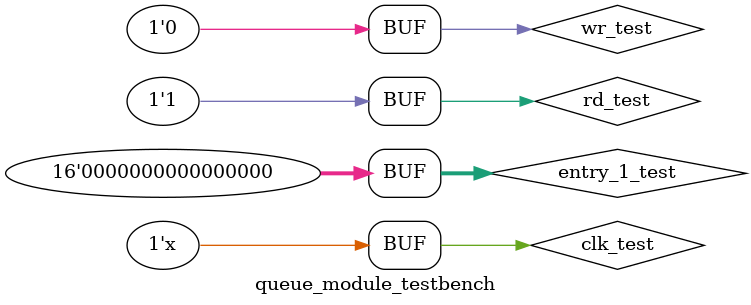
<source format=v>
module queue_module_testbench;

/*
 * We define the type of the entries and outputs
 */
reg clk_test;
reg rd_test;
reg wr_test;
reg [15:0] entry_1_test;
wire [15:0] output_1_test;


/*
 * We instantiate the device under test
 * 
 */
	
queue_module #(.BITS_NUMBER(16), .FIFO_ELEMENTS(5), .NUMBER_OF_PRECHARGE_DATA(4)) DUT(.clk(clk_test), .rd(rd_test),
			.wr(wr_test), .entry_1(entry_1_test), .output_1(output_1_test));
						

/*
 * Test vector generator
 * 
 */
 
initial begin

clk_test = 1'b0;
wr_test = 1'b0;
entry_1_test = 16'd0;

#100
rd_test = 1'b1;


end


/*
 * Clock generation
 * 
 */
always
 #100  clk_test =  !clk_test;
 
 
endmodule // end queue_module_testbench
</source>
